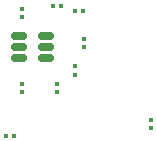
<source format=gbr>
%TF.GenerationSoftware,KiCad,Pcbnew,9.0.1*%
%TF.CreationDate,2025-05-20T00:04:45-05:00*%
%TF.ProjectId,myproject,6d797072-6f6a-4656-9374-2e6b69636164,rev?*%
%TF.SameCoordinates,Original*%
%TF.FileFunction,Paste,Top*%
%TF.FilePolarity,Positive*%
%FSLAX46Y46*%
G04 Gerber Fmt 4.6, Leading zero omitted, Abs format (unit mm)*
G04 Created by KiCad (PCBNEW 9.0.1) date 2025-05-20 00:04:45*
%MOMM*%
%LPD*%
G01*
G04 APERTURE LIST*
G04 Aperture macros list*
%AMRoundRect*
0 Rectangle with rounded corners*
0 $1 Rounding radius*
0 $2 $3 $4 $5 $6 $7 $8 $9 X,Y pos of 4 corners*
0 Add a 4 corners polygon primitive as box body*
4,1,4,$2,$3,$4,$5,$6,$7,$8,$9,$2,$3,0*
0 Add four circle primitives for the rounded corners*
1,1,$1+$1,$2,$3*
1,1,$1+$1,$4,$5*
1,1,$1+$1,$6,$7*
1,1,$1+$1,$8,$9*
0 Add four rect primitives between the rounded corners*
20,1,$1+$1,$2,$3,$4,$5,0*
20,1,$1+$1,$4,$5,$6,$7,0*
20,1,$1+$1,$6,$7,$8,$9,0*
20,1,$1+$1,$8,$9,$2,$3,0*%
G04 Aperture macros list end*
%ADD10RoundRect,0.150000X-0.512500X-0.150000X0.512500X-0.150000X0.512500X0.150000X-0.512500X0.150000X0*%
%ADD11RoundRect,0.079500X-0.100500X0.079500X-0.100500X-0.079500X0.100500X-0.079500X0.100500X0.079500X0*%
%ADD12RoundRect,0.079500X0.100500X-0.079500X0.100500X0.079500X-0.100500X0.079500X-0.100500X-0.079500X0*%
%ADD13RoundRect,0.079500X-0.079500X-0.100500X0.079500X-0.100500X0.079500X0.100500X-0.079500X0.100500X0*%
%ADD14RoundRect,0.079500X0.079500X0.100500X-0.079500X0.100500X-0.079500X-0.100500X0.079500X-0.100500X0*%
G04 APERTURE END LIST*
D10*
%TO.C,U1*%
X7540000Y-6550000D03*
X7540000Y-7500000D03*
X7540000Y-8450000D03*
X5265000Y-8450000D03*
X5265000Y-7500000D03*
X5265000Y-6550000D03*
%TD*%
D11*
%TO.C,R3*%
X10040000Y-9845000D03*
X10040000Y-9155000D03*
%TD*%
D12*
%TO.C,C2*%
X16500000Y-14345000D03*
X16500000Y-13655000D03*
%TD*%
D11*
%TO.C,R2*%
X5540000Y-10655000D03*
X5540000Y-11345000D03*
%TD*%
D13*
%TO.C,D2*%
X10015000Y-4500000D03*
X10705000Y-4500000D03*
%TD*%
D11*
%TO.C,R4*%
X10800000Y-6810000D03*
X10800000Y-7500000D03*
%TD*%
D12*
%TO.C,C1*%
X8500000Y-10655000D03*
X8500000Y-11345000D03*
%TD*%
D11*
%TO.C,D1*%
X5540000Y-5000000D03*
X5540000Y-4310000D03*
%TD*%
D14*
%TO.C,L1*%
X4155000Y-15000000D03*
X4845000Y-15000000D03*
%TD*%
D13*
%TO.C,R5*%
X8845000Y-4000000D03*
X8155000Y-4000000D03*
%TD*%
M02*

</source>
